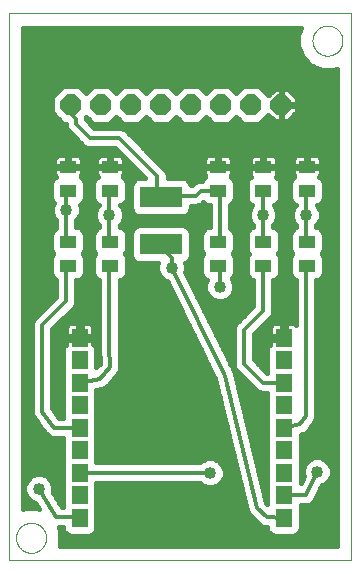
<source format=gtl>
G75*
%MOIN*%
%OFA0B0*%
%FSLAX25Y25*%
%IPPOS*%
%LPD*%
%AMOC8*
5,1,8,0,0,1.08239X$1,22.5*
%
%ADD10C,0.00000*%
%ADD11R,0.05512X0.04331*%
%ADD12R,0.05512X0.06496*%
%ADD13OC8,0.07000*%
%ADD14R,0.14173X0.07087*%
%ADD15C,0.01600*%
%ADD16C,0.01200*%
%ADD17C,0.04000*%
D10*
X0001013Y0001013D02*
X0001013Y0183296D01*
X0115186Y0183296D01*
X0115186Y0001013D01*
X0001013Y0001013D01*
X0003513Y0008513D02*
X0003515Y0008654D01*
X0003521Y0008795D01*
X0003531Y0008935D01*
X0003545Y0009075D01*
X0003563Y0009215D01*
X0003584Y0009354D01*
X0003610Y0009493D01*
X0003639Y0009631D01*
X0003673Y0009767D01*
X0003710Y0009903D01*
X0003751Y0010038D01*
X0003796Y0010172D01*
X0003845Y0010304D01*
X0003897Y0010435D01*
X0003953Y0010564D01*
X0004013Y0010691D01*
X0004076Y0010817D01*
X0004142Y0010941D01*
X0004213Y0011064D01*
X0004286Y0011184D01*
X0004363Y0011302D01*
X0004443Y0011418D01*
X0004527Y0011531D01*
X0004613Y0011642D01*
X0004703Y0011751D01*
X0004796Y0011857D01*
X0004891Y0011960D01*
X0004990Y0012061D01*
X0005091Y0012159D01*
X0005195Y0012254D01*
X0005302Y0012346D01*
X0005411Y0012435D01*
X0005523Y0012520D01*
X0005637Y0012603D01*
X0005753Y0012683D01*
X0005872Y0012759D01*
X0005993Y0012831D01*
X0006115Y0012901D01*
X0006240Y0012966D01*
X0006366Y0013029D01*
X0006494Y0013087D01*
X0006624Y0013142D01*
X0006755Y0013194D01*
X0006888Y0013241D01*
X0007022Y0013285D01*
X0007157Y0013326D01*
X0007293Y0013362D01*
X0007430Y0013394D01*
X0007568Y0013423D01*
X0007706Y0013448D01*
X0007846Y0013468D01*
X0007986Y0013485D01*
X0008126Y0013498D01*
X0008267Y0013507D01*
X0008407Y0013512D01*
X0008548Y0013513D01*
X0008689Y0013510D01*
X0008830Y0013503D01*
X0008970Y0013492D01*
X0009110Y0013477D01*
X0009250Y0013458D01*
X0009389Y0013436D01*
X0009527Y0013409D01*
X0009665Y0013379D01*
X0009801Y0013344D01*
X0009937Y0013306D01*
X0010071Y0013264D01*
X0010205Y0013218D01*
X0010337Y0013169D01*
X0010467Y0013115D01*
X0010596Y0013058D01*
X0010723Y0012998D01*
X0010849Y0012934D01*
X0010972Y0012866D01*
X0011094Y0012795D01*
X0011214Y0012721D01*
X0011331Y0012643D01*
X0011446Y0012562D01*
X0011559Y0012478D01*
X0011670Y0012391D01*
X0011778Y0012300D01*
X0011883Y0012207D01*
X0011986Y0012110D01*
X0012086Y0012011D01*
X0012183Y0011909D01*
X0012277Y0011804D01*
X0012368Y0011697D01*
X0012456Y0011587D01*
X0012541Y0011475D01*
X0012623Y0011360D01*
X0012702Y0011243D01*
X0012777Y0011124D01*
X0012849Y0011003D01*
X0012917Y0010880D01*
X0012982Y0010755D01*
X0013044Y0010628D01*
X0013101Y0010499D01*
X0013156Y0010369D01*
X0013206Y0010238D01*
X0013253Y0010105D01*
X0013296Y0009971D01*
X0013335Y0009835D01*
X0013370Y0009699D01*
X0013402Y0009562D01*
X0013429Y0009424D01*
X0013453Y0009285D01*
X0013473Y0009145D01*
X0013489Y0009005D01*
X0013501Y0008865D01*
X0013509Y0008724D01*
X0013513Y0008583D01*
X0013513Y0008443D01*
X0013509Y0008302D01*
X0013501Y0008161D01*
X0013489Y0008021D01*
X0013473Y0007881D01*
X0013453Y0007741D01*
X0013429Y0007602D01*
X0013402Y0007464D01*
X0013370Y0007327D01*
X0013335Y0007191D01*
X0013296Y0007055D01*
X0013253Y0006921D01*
X0013206Y0006788D01*
X0013156Y0006657D01*
X0013101Y0006527D01*
X0013044Y0006398D01*
X0012982Y0006271D01*
X0012917Y0006146D01*
X0012849Y0006023D01*
X0012777Y0005902D01*
X0012702Y0005783D01*
X0012623Y0005666D01*
X0012541Y0005551D01*
X0012456Y0005439D01*
X0012368Y0005329D01*
X0012277Y0005222D01*
X0012183Y0005117D01*
X0012086Y0005015D01*
X0011986Y0004916D01*
X0011883Y0004819D01*
X0011778Y0004726D01*
X0011670Y0004635D01*
X0011559Y0004548D01*
X0011446Y0004464D01*
X0011331Y0004383D01*
X0011214Y0004305D01*
X0011094Y0004231D01*
X0010972Y0004160D01*
X0010849Y0004092D01*
X0010723Y0004028D01*
X0010596Y0003968D01*
X0010467Y0003911D01*
X0010337Y0003857D01*
X0010205Y0003808D01*
X0010071Y0003762D01*
X0009937Y0003720D01*
X0009801Y0003682D01*
X0009665Y0003647D01*
X0009527Y0003617D01*
X0009389Y0003590D01*
X0009250Y0003568D01*
X0009110Y0003549D01*
X0008970Y0003534D01*
X0008830Y0003523D01*
X0008689Y0003516D01*
X0008548Y0003513D01*
X0008407Y0003514D01*
X0008267Y0003519D01*
X0008126Y0003528D01*
X0007986Y0003541D01*
X0007846Y0003558D01*
X0007706Y0003578D01*
X0007568Y0003603D01*
X0007430Y0003632D01*
X0007293Y0003664D01*
X0007157Y0003700D01*
X0007022Y0003741D01*
X0006888Y0003785D01*
X0006755Y0003832D01*
X0006624Y0003884D01*
X0006494Y0003939D01*
X0006366Y0003997D01*
X0006240Y0004060D01*
X0006115Y0004125D01*
X0005993Y0004195D01*
X0005872Y0004267D01*
X0005753Y0004343D01*
X0005637Y0004423D01*
X0005523Y0004506D01*
X0005411Y0004591D01*
X0005302Y0004680D01*
X0005195Y0004772D01*
X0005091Y0004867D01*
X0004990Y0004965D01*
X0004891Y0005066D01*
X0004796Y0005169D01*
X0004703Y0005275D01*
X0004613Y0005384D01*
X0004527Y0005495D01*
X0004443Y0005608D01*
X0004363Y0005724D01*
X0004286Y0005842D01*
X0004213Y0005962D01*
X0004142Y0006085D01*
X0004076Y0006209D01*
X0004013Y0006335D01*
X0003953Y0006462D01*
X0003897Y0006591D01*
X0003845Y0006722D01*
X0003796Y0006854D01*
X0003751Y0006988D01*
X0003710Y0007123D01*
X0003673Y0007259D01*
X0003639Y0007395D01*
X0003610Y0007533D01*
X0003584Y0007672D01*
X0003563Y0007811D01*
X0003545Y0007951D01*
X0003531Y0008091D01*
X0003521Y0008231D01*
X0003515Y0008372D01*
X0003513Y0008513D01*
X0102312Y0174241D02*
X0102314Y0174382D01*
X0102320Y0174523D01*
X0102330Y0174663D01*
X0102344Y0174803D01*
X0102362Y0174943D01*
X0102383Y0175082D01*
X0102409Y0175221D01*
X0102438Y0175359D01*
X0102472Y0175495D01*
X0102509Y0175631D01*
X0102550Y0175766D01*
X0102595Y0175900D01*
X0102644Y0176032D01*
X0102696Y0176163D01*
X0102752Y0176292D01*
X0102812Y0176419D01*
X0102875Y0176545D01*
X0102941Y0176669D01*
X0103012Y0176792D01*
X0103085Y0176912D01*
X0103162Y0177030D01*
X0103242Y0177146D01*
X0103326Y0177259D01*
X0103412Y0177370D01*
X0103502Y0177479D01*
X0103595Y0177585D01*
X0103690Y0177688D01*
X0103789Y0177789D01*
X0103890Y0177887D01*
X0103994Y0177982D01*
X0104101Y0178074D01*
X0104210Y0178163D01*
X0104322Y0178248D01*
X0104436Y0178331D01*
X0104552Y0178411D01*
X0104671Y0178487D01*
X0104792Y0178559D01*
X0104914Y0178629D01*
X0105039Y0178694D01*
X0105165Y0178757D01*
X0105293Y0178815D01*
X0105423Y0178870D01*
X0105554Y0178922D01*
X0105687Y0178969D01*
X0105821Y0179013D01*
X0105956Y0179054D01*
X0106092Y0179090D01*
X0106229Y0179122D01*
X0106367Y0179151D01*
X0106505Y0179176D01*
X0106645Y0179196D01*
X0106785Y0179213D01*
X0106925Y0179226D01*
X0107066Y0179235D01*
X0107206Y0179240D01*
X0107347Y0179241D01*
X0107488Y0179238D01*
X0107629Y0179231D01*
X0107769Y0179220D01*
X0107909Y0179205D01*
X0108049Y0179186D01*
X0108188Y0179164D01*
X0108326Y0179137D01*
X0108464Y0179107D01*
X0108600Y0179072D01*
X0108736Y0179034D01*
X0108870Y0178992D01*
X0109004Y0178946D01*
X0109136Y0178897D01*
X0109266Y0178843D01*
X0109395Y0178786D01*
X0109522Y0178726D01*
X0109648Y0178662D01*
X0109771Y0178594D01*
X0109893Y0178523D01*
X0110013Y0178449D01*
X0110130Y0178371D01*
X0110245Y0178290D01*
X0110358Y0178206D01*
X0110469Y0178119D01*
X0110577Y0178028D01*
X0110682Y0177935D01*
X0110785Y0177838D01*
X0110885Y0177739D01*
X0110982Y0177637D01*
X0111076Y0177532D01*
X0111167Y0177425D01*
X0111255Y0177315D01*
X0111340Y0177203D01*
X0111422Y0177088D01*
X0111501Y0176971D01*
X0111576Y0176852D01*
X0111648Y0176731D01*
X0111716Y0176608D01*
X0111781Y0176483D01*
X0111843Y0176356D01*
X0111900Y0176227D01*
X0111955Y0176097D01*
X0112005Y0175966D01*
X0112052Y0175833D01*
X0112095Y0175699D01*
X0112134Y0175563D01*
X0112169Y0175427D01*
X0112201Y0175290D01*
X0112228Y0175152D01*
X0112252Y0175013D01*
X0112272Y0174873D01*
X0112288Y0174733D01*
X0112300Y0174593D01*
X0112308Y0174452D01*
X0112312Y0174311D01*
X0112312Y0174171D01*
X0112308Y0174030D01*
X0112300Y0173889D01*
X0112288Y0173749D01*
X0112272Y0173609D01*
X0112252Y0173469D01*
X0112228Y0173330D01*
X0112201Y0173192D01*
X0112169Y0173055D01*
X0112134Y0172919D01*
X0112095Y0172783D01*
X0112052Y0172649D01*
X0112005Y0172516D01*
X0111955Y0172385D01*
X0111900Y0172255D01*
X0111843Y0172126D01*
X0111781Y0171999D01*
X0111716Y0171874D01*
X0111648Y0171751D01*
X0111576Y0171630D01*
X0111501Y0171511D01*
X0111422Y0171394D01*
X0111340Y0171279D01*
X0111255Y0171167D01*
X0111167Y0171057D01*
X0111076Y0170950D01*
X0110982Y0170845D01*
X0110885Y0170743D01*
X0110785Y0170644D01*
X0110682Y0170547D01*
X0110577Y0170454D01*
X0110469Y0170363D01*
X0110358Y0170276D01*
X0110245Y0170192D01*
X0110130Y0170111D01*
X0110013Y0170033D01*
X0109893Y0169959D01*
X0109771Y0169888D01*
X0109648Y0169820D01*
X0109522Y0169756D01*
X0109395Y0169696D01*
X0109266Y0169639D01*
X0109136Y0169585D01*
X0109004Y0169536D01*
X0108870Y0169490D01*
X0108736Y0169448D01*
X0108600Y0169410D01*
X0108464Y0169375D01*
X0108326Y0169345D01*
X0108188Y0169318D01*
X0108049Y0169296D01*
X0107909Y0169277D01*
X0107769Y0169262D01*
X0107629Y0169251D01*
X0107488Y0169244D01*
X0107347Y0169241D01*
X0107206Y0169242D01*
X0107066Y0169247D01*
X0106925Y0169256D01*
X0106785Y0169269D01*
X0106645Y0169286D01*
X0106505Y0169306D01*
X0106367Y0169331D01*
X0106229Y0169360D01*
X0106092Y0169392D01*
X0105956Y0169428D01*
X0105821Y0169469D01*
X0105687Y0169513D01*
X0105554Y0169560D01*
X0105423Y0169612D01*
X0105293Y0169667D01*
X0105165Y0169725D01*
X0105039Y0169788D01*
X0104914Y0169853D01*
X0104792Y0169923D01*
X0104671Y0169995D01*
X0104552Y0170071D01*
X0104436Y0170151D01*
X0104322Y0170234D01*
X0104210Y0170319D01*
X0104101Y0170408D01*
X0103994Y0170500D01*
X0103890Y0170595D01*
X0103789Y0170693D01*
X0103690Y0170794D01*
X0103595Y0170897D01*
X0103502Y0171003D01*
X0103412Y0171112D01*
X0103326Y0171223D01*
X0103242Y0171336D01*
X0103162Y0171452D01*
X0103085Y0171570D01*
X0103012Y0171690D01*
X0102941Y0171813D01*
X0102875Y0171937D01*
X0102812Y0172063D01*
X0102752Y0172190D01*
X0102696Y0172319D01*
X0102644Y0172450D01*
X0102595Y0172582D01*
X0102550Y0172716D01*
X0102509Y0172851D01*
X0102472Y0172987D01*
X0102438Y0173123D01*
X0102409Y0173261D01*
X0102383Y0173400D01*
X0102362Y0173539D01*
X0102344Y0173679D01*
X0102330Y0173819D01*
X0102320Y0173959D01*
X0102314Y0174100D01*
X0102312Y0174241D01*
D11*
X0100461Y0132154D03*
X0100461Y0124280D03*
X0100461Y0107154D03*
X0100461Y0099280D03*
X0085934Y0099280D03*
X0085934Y0107154D03*
X0085934Y0124280D03*
X0085934Y0132154D03*
X0070816Y0132154D03*
X0070816Y0124280D03*
X0070816Y0107154D03*
X0070816Y0099280D03*
X0034871Y0099280D03*
X0034871Y0107154D03*
X0034871Y0124280D03*
X0034871Y0132154D03*
X0020855Y0132154D03*
X0020855Y0124280D03*
X0020855Y0107154D03*
X0020855Y0099280D03*
D12*
X0024763Y0075107D03*
X0024763Y0067627D03*
X0024763Y0060146D03*
X0024763Y0052666D03*
X0024763Y0045186D03*
X0024763Y0037706D03*
X0024763Y0030225D03*
X0024763Y0022745D03*
X0024763Y0015265D03*
X0092774Y0015265D03*
X0092774Y0022745D03*
X0092774Y0030225D03*
X0092774Y0037706D03*
X0092774Y0045186D03*
X0092774Y0052666D03*
X0092774Y0060146D03*
X0092774Y0067627D03*
X0092774Y0075107D03*
D13*
X0091879Y0152784D03*
X0081879Y0152784D03*
X0071879Y0152784D03*
X0061879Y0152784D03*
X0051879Y0152784D03*
X0041879Y0152784D03*
X0031879Y0152784D03*
X0021879Y0152784D03*
D14*
X0051800Y0122076D03*
X0051800Y0106328D03*
D15*
X0050785Y0099984D02*
X0050613Y0099567D01*
X0050613Y0097658D01*
X0051343Y0095894D01*
X0052694Y0094543D01*
X0053861Y0094060D01*
X0069913Y0061381D01*
X0080460Y0017892D01*
X0080474Y0017553D01*
X0080618Y0017241D01*
X0080699Y0016907D01*
X0080899Y0016633D01*
X0081041Y0016325D01*
X0081294Y0016092D01*
X0081497Y0015814D01*
X0081786Y0015638D01*
X0084656Y0012990D01*
X0085044Y0012581D01*
X0085150Y0012534D01*
X0085235Y0012455D01*
X0085765Y0012260D01*
X0086280Y0012031D01*
X0086396Y0012028D01*
X0086505Y0011988D01*
X0087068Y0012011D01*
X0087219Y0012007D01*
X0087219Y0011460D01*
X0087645Y0010430D01*
X0088432Y0009643D01*
X0089462Y0009217D01*
X0096087Y0009217D01*
X0097116Y0009643D01*
X0097904Y0010430D01*
X0098330Y0011460D01*
X0098330Y0019388D01*
X0099484Y0019397D01*
X0099977Y0019397D01*
X0100542Y0019360D01*
X0100649Y0019397D01*
X0100763Y0019397D01*
X0101286Y0019614D01*
X0101822Y0019796D01*
X0101908Y0019871D01*
X0102013Y0019914D01*
X0102413Y0020315D01*
X0102838Y0020689D01*
X0102889Y0020791D01*
X0102969Y0020871D01*
X0103186Y0021394D01*
X0105450Y0025995D01*
X0106621Y0026480D01*
X0107972Y0027831D01*
X0108702Y0029595D01*
X0108702Y0031504D01*
X0107972Y0033269D01*
X0106621Y0034619D01*
X0104857Y0035350D01*
X0102948Y0035350D01*
X0101183Y0034619D01*
X0099833Y0033269D01*
X0099102Y0031504D01*
X0099102Y0029595D01*
X0099349Y0028998D01*
X0098330Y0026928D01*
X0098330Y0042876D01*
X0098850Y0042985D01*
X0099476Y0043101D01*
X0099511Y0043124D01*
X0099551Y0043132D01*
X0100077Y0043491D01*
X0100611Y0043838D01*
X0100634Y0043872D01*
X0100668Y0043895D01*
X0101016Y0044428D01*
X0102837Y0047076D01*
X0103095Y0047334D01*
X0103217Y0047628D01*
X0103397Y0047891D01*
X0103473Y0048247D01*
X0103613Y0048584D01*
X0103613Y0048902D01*
X0103679Y0049214D01*
X0103613Y0049572D01*
X0103613Y0094315D01*
X0103774Y0094315D01*
X0104803Y0094741D01*
X0105591Y0095529D01*
X0106017Y0096558D01*
X0106017Y0102003D01*
X0105591Y0103032D01*
X0105405Y0103217D01*
X0105591Y0103403D01*
X0106017Y0104432D01*
X0106017Y0109877D01*
X0105591Y0110906D01*
X0104803Y0111693D01*
X0103774Y0112120D01*
X0103613Y0112120D01*
X0103613Y0112824D01*
X0104282Y0113494D01*
X0105013Y0115258D01*
X0105013Y0117167D01*
X0104282Y0118932D01*
X0103862Y0119351D01*
X0104803Y0119741D01*
X0105591Y0120529D01*
X0106017Y0121558D01*
X0106017Y0127003D01*
X0105591Y0128032D01*
X0104803Y0128819D01*
X0104655Y0128881D01*
X0104658Y0128884D01*
X0104895Y0129294D01*
X0105017Y0129752D01*
X0105017Y0131872D01*
X0100744Y0131872D01*
X0100744Y0132437D01*
X0100179Y0132437D01*
X0100179Y0136120D01*
X0097469Y0136120D01*
X0097011Y0135997D01*
X0096600Y0135760D01*
X0096265Y0135425D01*
X0096028Y0135014D01*
X0095906Y0134557D01*
X0095905Y0132437D01*
X0100179Y0132437D01*
X0100179Y0131872D01*
X0095906Y0131872D01*
X0095906Y0129752D01*
X0096028Y0129294D01*
X0096265Y0128884D01*
X0096268Y0128881D01*
X0096119Y0128819D01*
X0095332Y0128032D01*
X0094906Y0127003D01*
X0094906Y0121558D01*
X0095332Y0120529D01*
X0096119Y0119741D01*
X0096709Y0119497D01*
X0096143Y0118932D01*
X0095413Y0117167D01*
X0095413Y0115258D01*
X0096143Y0113494D01*
X0096813Y0112824D01*
X0096813Y0111981D01*
X0096119Y0111693D01*
X0095332Y0110906D01*
X0094906Y0109877D01*
X0094906Y0104432D01*
X0095332Y0103403D01*
X0095517Y0103217D01*
X0095332Y0103032D01*
X0094906Y0102003D01*
X0094906Y0096558D01*
X0095332Y0095529D01*
X0096119Y0094741D01*
X0096813Y0094454D01*
X0096813Y0079618D01*
X0096636Y0079795D01*
X0096225Y0080032D01*
X0095767Y0080155D01*
X0093352Y0080155D01*
X0093352Y0075685D01*
X0092196Y0075685D01*
X0092196Y0074529D01*
X0088219Y0074529D01*
X0088219Y0073035D01*
X0087645Y0072461D01*
X0087219Y0071432D01*
X0087219Y0063615D01*
X0082813Y0068021D01*
X0082813Y0076404D01*
X0088695Y0082287D01*
X0089213Y0083536D01*
X0089213Y0094315D01*
X0089247Y0094315D01*
X0090276Y0094741D01*
X0091063Y0095529D01*
X0091490Y0096558D01*
X0091490Y0102003D01*
X0091063Y0103032D01*
X0090878Y0103217D01*
X0091063Y0103403D01*
X0091490Y0104432D01*
X0091490Y0109877D01*
X0091063Y0110906D01*
X0090276Y0111693D01*
X0089247Y0112120D01*
X0089213Y0112120D01*
X0089213Y0112824D01*
X0089882Y0113494D01*
X0090613Y0115258D01*
X0090613Y0117167D01*
X0089882Y0118932D01*
X0089425Y0119389D01*
X0090276Y0119741D01*
X0091063Y0120529D01*
X0091490Y0121558D01*
X0091490Y0127003D01*
X0091063Y0128032D01*
X0090276Y0128819D01*
X0090127Y0128881D01*
X0090130Y0128884D01*
X0090367Y0129294D01*
X0090490Y0129752D01*
X0090490Y0131872D01*
X0086217Y0131872D01*
X0086217Y0132437D01*
X0090490Y0132437D01*
X0090490Y0134557D01*
X0090367Y0135014D01*
X0090130Y0135425D01*
X0089795Y0135760D01*
X0089385Y0135997D01*
X0088927Y0136120D01*
X0086217Y0136120D01*
X0086217Y0132437D01*
X0085651Y0132437D01*
X0085651Y0131872D01*
X0081378Y0131872D01*
X0081378Y0129752D01*
X0081501Y0129294D01*
X0081738Y0128884D01*
X0081740Y0128881D01*
X0081592Y0128819D01*
X0080804Y0128032D01*
X0080378Y0127003D01*
X0080378Y0121558D01*
X0080804Y0120529D01*
X0081592Y0119741D01*
X0082272Y0119460D01*
X0081743Y0118932D01*
X0081013Y0117167D01*
X0081013Y0115258D01*
X0081743Y0113494D01*
X0082413Y0112824D01*
X0082413Y0112033D01*
X0081592Y0111693D01*
X0080804Y0110906D01*
X0080378Y0109877D01*
X0080378Y0104432D01*
X0080804Y0103403D01*
X0080990Y0103217D01*
X0080804Y0103032D01*
X0080378Y0102003D01*
X0080378Y0096558D01*
X0080804Y0095529D01*
X0081592Y0094741D01*
X0082413Y0094401D01*
X0082413Y0085621D01*
X0077487Y0080695D01*
X0076530Y0079739D01*
X0076013Y0078489D01*
X0076013Y0065936D01*
X0076530Y0064687D01*
X0082930Y0058287D01*
X0083887Y0057330D01*
X0085136Y0056813D01*
X0087219Y0056813D01*
X0087219Y0019878D01*
X0086906Y0020166D01*
X0076503Y0063058D01*
X0076479Y0063437D01*
X0076345Y0063709D01*
X0076274Y0064004D01*
X0076050Y0064310D01*
X0059964Y0097058D01*
X0060213Y0097658D01*
X0060213Y0099567D01*
X0059953Y0100195D01*
X0060473Y0100411D01*
X0061260Y0101198D01*
X0061687Y0102227D01*
X0061687Y0110428D01*
X0061260Y0111457D01*
X0060473Y0112245D01*
X0059444Y0112671D01*
X0044156Y0112671D01*
X0043127Y0112245D01*
X0042340Y0111457D01*
X0041913Y0110428D01*
X0041913Y0102227D01*
X0042340Y0101198D01*
X0043127Y0100411D01*
X0044156Y0099984D01*
X0050785Y0099984D01*
X0050613Y0098522D02*
X0040427Y0098522D01*
X0040427Y0100120D02*
X0043828Y0100120D01*
X0042124Y0101719D02*
X0040427Y0101719D01*
X0040427Y0102003D02*
X0040000Y0103032D01*
X0039815Y0103217D01*
X0040000Y0103403D01*
X0040427Y0104432D01*
X0040427Y0109877D01*
X0040000Y0110906D01*
X0039213Y0111693D01*
X0038184Y0112120D01*
X0038013Y0112120D01*
X0038013Y0112824D01*
X0038682Y0113494D01*
X0039413Y0115258D01*
X0039413Y0117167D01*
X0038682Y0118932D01*
X0038265Y0119349D01*
X0039213Y0119741D01*
X0040000Y0120529D01*
X0040427Y0121558D01*
X0040427Y0127003D01*
X0040000Y0128032D01*
X0039213Y0128819D01*
X0039064Y0128881D01*
X0039067Y0128884D01*
X0039304Y0129294D01*
X0039427Y0129752D01*
X0039427Y0131872D01*
X0035154Y0131872D01*
X0035154Y0132437D01*
X0039427Y0132437D01*
X0039427Y0134557D01*
X0039304Y0135014D01*
X0039067Y0135425D01*
X0038732Y0135760D01*
X0038322Y0135997D01*
X0037864Y0136120D01*
X0035154Y0136120D01*
X0035154Y0132437D01*
X0034588Y0132437D01*
X0034588Y0131872D01*
X0030315Y0131872D01*
X0030315Y0129752D01*
X0030438Y0129294D01*
X0030675Y0128884D01*
X0030677Y0128881D01*
X0030529Y0128819D01*
X0029741Y0128032D01*
X0029315Y0127003D01*
X0029315Y0121558D01*
X0029741Y0120529D01*
X0030529Y0119741D01*
X0031112Y0119500D01*
X0030543Y0118932D01*
X0029813Y0117167D01*
X0029813Y0115258D01*
X0030543Y0113494D01*
X0031213Y0112824D01*
X0031213Y0111977D01*
X0030529Y0111693D01*
X0029741Y0110906D01*
X0029315Y0109877D01*
X0029315Y0104432D01*
X0029741Y0103403D01*
X0029927Y0103217D01*
X0029741Y0103032D01*
X0029315Y0102003D01*
X0029315Y0096558D01*
X0029741Y0095529D01*
X0030529Y0094741D01*
X0031213Y0094458D01*
X0031213Y0072762D01*
X0031190Y0072701D01*
X0031213Y0072088D01*
X0031213Y0071473D01*
X0031237Y0071414D01*
X0031411Y0066655D01*
X0030318Y0065311D01*
X0030318Y0071432D01*
X0029892Y0072461D01*
X0029318Y0073035D01*
X0029318Y0074529D01*
X0025341Y0074529D01*
X0025341Y0075685D01*
X0029318Y0075685D01*
X0029318Y0078592D01*
X0029196Y0079050D01*
X0028959Y0079460D01*
X0028624Y0079795D01*
X0028213Y0080032D01*
X0027755Y0080155D01*
X0025341Y0080155D01*
X0025341Y0075685D01*
X0024185Y0075685D01*
X0024185Y0080155D01*
X0021770Y0080155D01*
X0021312Y0080032D01*
X0020901Y0079795D01*
X0020566Y0079460D01*
X0020329Y0079050D01*
X0020207Y0078592D01*
X0020207Y0075685D01*
X0024185Y0075685D01*
X0024185Y0074529D01*
X0020207Y0074529D01*
X0020207Y0073035D01*
X0019633Y0072461D01*
X0019207Y0071432D01*
X0019207Y0048586D01*
X0017977Y0048586D01*
X0015613Y0051744D01*
X0015613Y0078004D01*
X0023095Y0085487D01*
X0023613Y0086736D01*
X0023613Y0094315D01*
X0024168Y0094315D01*
X0025197Y0094741D01*
X0025985Y0095529D01*
X0026411Y0096558D01*
X0026411Y0102003D01*
X0025985Y0103032D01*
X0025799Y0103217D01*
X0025985Y0103403D01*
X0026411Y0104432D01*
X0026411Y0109877D01*
X0025985Y0110906D01*
X0025197Y0111693D01*
X0024168Y0112120D01*
X0023613Y0112120D01*
X0023613Y0114424D01*
X0024282Y0115094D01*
X0025013Y0116858D01*
X0025013Y0118767D01*
X0024695Y0119533D01*
X0025197Y0119741D01*
X0025985Y0120529D01*
X0026411Y0121558D01*
X0026411Y0127003D01*
X0025985Y0128032D01*
X0025197Y0128819D01*
X0025049Y0128881D01*
X0025051Y0128884D01*
X0025288Y0129294D01*
X0025411Y0129752D01*
X0025411Y0131872D01*
X0021138Y0131872D01*
X0021138Y0132437D01*
X0025411Y0132437D01*
X0025411Y0134557D01*
X0025288Y0135014D01*
X0025051Y0135425D01*
X0024716Y0135760D01*
X0024306Y0135997D01*
X0023848Y0136120D01*
X0021138Y0136120D01*
X0021138Y0132437D01*
X0020572Y0132437D01*
X0020572Y0131872D01*
X0016299Y0131872D01*
X0016299Y0129752D01*
X0016422Y0129294D01*
X0016659Y0128884D01*
X0016662Y0128881D01*
X0016513Y0128819D01*
X0015725Y0128032D01*
X0015299Y0127003D01*
X0015299Y0121558D01*
X0015725Y0120529D01*
X0016020Y0120234D01*
X0015413Y0118767D01*
X0015413Y0116858D01*
X0016143Y0115094D01*
X0016813Y0114424D01*
X0016813Y0111817D01*
X0016513Y0111693D01*
X0015725Y0110906D01*
X0015299Y0109877D01*
X0015299Y0104432D01*
X0015725Y0103403D01*
X0015911Y0103217D01*
X0015725Y0103032D01*
X0015299Y0102003D01*
X0015299Y0096558D01*
X0015725Y0095529D01*
X0016513Y0094741D01*
X0016813Y0094617D01*
X0016813Y0088821D01*
X0009330Y0081339D01*
X0008813Y0080089D01*
X0008813Y0050856D01*
X0008751Y0050427D01*
X0008813Y0050185D01*
X0008813Y0049936D01*
X0008978Y0049536D01*
X0009086Y0049116D01*
X0009235Y0048917D01*
X0009330Y0048687D01*
X0009637Y0048380D01*
X0013298Y0043490D01*
X0013393Y0043260D01*
X0013700Y0042954D01*
X0013959Y0042607D01*
X0014173Y0042480D01*
X0014350Y0042303D01*
X0014750Y0042138D01*
X0015123Y0041917D01*
X0015369Y0041881D01*
X0015599Y0041786D01*
X0016033Y0041786D01*
X0016461Y0041724D01*
X0016703Y0041786D01*
X0019207Y0041786D01*
X0019207Y0018813D01*
X0018700Y0018813D01*
X0015801Y0023669D01*
X0015912Y0023937D01*
X0015912Y0025846D01*
X0015181Y0027610D01*
X0013831Y0028961D01*
X0012067Y0029691D01*
X0010157Y0029691D01*
X0008393Y0028961D01*
X0007043Y0027610D01*
X0006312Y0025846D01*
X0006312Y0023937D01*
X0007043Y0022172D01*
X0008393Y0020822D01*
X0009972Y0020168D01*
X0011282Y0017973D01*
X0010462Y0018313D01*
X0006563Y0018313D01*
X0005813Y0018002D01*
X0005813Y0178496D01*
X0098467Y0178496D01*
X0097512Y0176190D01*
X0097512Y0172292D01*
X0099004Y0168690D01*
X0101761Y0165933D01*
X0105362Y0164441D01*
X0109261Y0164441D01*
X0110386Y0164907D01*
X0110386Y0005813D01*
X0018002Y0005813D01*
X0018313Y0006563D01*
X0018313Y0010462D01*
X0017670Y0012013D01*
X0019207Y0012013D01*
X0019207Y0011460D01*
X0019633Y0010430D01*
X0020421Y0009643D01*
X0021450Y0009217D01*
X0028075Y0009217D01*
X0029105Y0009643D01*
X0029892Y0010430D01*
X0030318Y0011460D01*
X0030318Y0026825D01*
X0064810Y0026825D01*
X0065479Y0026156D01*
X0067244Y0025425D01*
X0069153Y0025425D01*
X0070917Y0026156D01*
X0072268Y0027506D01*
X0072998Y0029270D01*
X0072998Y0031180D01*
X0072268Y0032944D01*
X0070917Y0034294D01*
X0069153Y0035025D01*
X0067244Y0035025D01*
X0065479Y0034294D01*
X0064810Y0033625D01*
X0030318Y0033625D01*
X0030318Y0057819D01*
X0032174Y0058201D01*
X0032677Y0058253D01*
X0032831Y0058336D01*
X0033003Y0058372D01*
X0033422Y0058655D01*
X0033867Y0058896D01*
X0033978Y0059032D01*
X0034123Y0059130D01*
X0034401Y0059553D01*
X0037422Y0063270D01*
X0037806Y0063683D01*
X0037846Y0063792D01*
X0037920Y0063883D01*
X0038081Y0064423D01*
X0038277Y0064950D01*
X0038273Y0065067D01*
X0038307Y0065179D01*
X0038249Y0065739D01*
X0038013Y0072212D01*
X0038013Y0094315D01*
X0038184Y0094315D01*
X0039213Y0094741D01*
X0040000Y0095529D01*
X0040427Y0096558D01*
X0040427Y0102003D01*
X0039915Y0103317D02*
X0041913Y0103317D01*
X0041913Y0104916D02*
X0040427Y0104916D01*
X0040427Y0106514D02*
X0041913Y0106514D01*
X0041913Y0108113D02*
X0040427Y0108113D01*
X0040427Y0109711D02*
X0041913Y0109711D01*
X0042279Y0111310D02*
X0039596Y0111310D01*
X0038097Y0112908D02*
X0068013Y0112908D01*
X0068013Y0112120D02*
X0067503Y0112120D01*
X0066474Y0111693D01*
X0065686Y0110906D01*
X0065260Y0109877D01*
X0065260Y0104432D01*
X0065686Y0103403D01*
X0065872Y0103217D01*
X0065686Y0103032D01*
X0065260Y0102003D01*
X0065260Y0096558D01*
X0065686Y0095529D01*
X0066474Y0094741D01*
X0067149Y0094462D01*
X0066613Y0093167D01*
X0066613Y0091258D01*
X0067343Y0089494D01*
X0068694Y0088143D01*
X0070458Y0087413D01*
X0072367Y0087413D01*
X0074132Y0088143D01*
X0075482Y0089494D01*
X0076213Y0091258D01*
X0076213Y0093167D01*
X0075482Y0094932D01*
X0075415Y0094998D01*
X0075945Y0095529D01*
X0076372Y0096558D01*
X0076372Y0102003D01*
X0075945Y0103032D01*
X0075760Y0103217D01*
X0075945Y0103403D01*
X0076372Y0104432D01*
X0076372Y0109877D01*
X0075945Y0110906D01*
X0075158Y0111693D01*
X0074813Y0111836D01*
X0074813Y0119598D01*
X0075158Y0119741D01*
X0075945Y0120529D01*
X0076372Y0121558D01*
X0076372Y0127003D01*
X0075945Y0128032D01*
X0075158Y0128819D01*
X0075009Y0128881D01*
X0075012Y0128884D01*
X0075249Y0129294D01*
X0075372Y0129752D01*
X0075372Y0131872D01*
X0071098Y0131872D01*
X0071098Y0132437D01*
X0070533Y0132437D01*
X0070533Y0131872D01*
X0066260Y0131872D01*
X0066260Y0129752D01*
X0066383Y0129294D01*
X0066619Y0128884D01*
X0066622Y0128881D01*
X0066474Y0128819D01*
X0065686Y0128032D01*
X0065512Y0127613D01*
X0064336Y0127613D01*
X0063087Y0127095D01*
X0062004Y0126013D01*
X0061687Y0126013D01*
X0061687Y0126176D01*
X0061260Y0127205D01*
X0060473Y0127993D01*
X0059444Y0128419D01*
X0054013Y0128419D01*
X0054013Y0129689D01*
X0053495Y0130939D01*
X0040695Y0143739D01*
X0039739Y0144695D01*
X0038489Y0145213D01*
X0029621Y0145213D01*
X0026813Y0148021D01*
X0026813Y0148809D01*
X0026879Y0148875D01*
X0029269Y0146484D01*
X0034488Y0146484D01*
X0036879Y0148875D01*
X0039269Y0146484D01*
X0044488Y0146484D01*
X0046879Y0148875D01*
X0049269Y0146484D01*
X0054488Y0146484D01*
X0056879Y0148875D01*
X0059269Y0146484D01*
X0064488Y0146484D01*
X0066879Y0148875D01*
X0069269Y0146484D01*
X0074488Y0146484D01*
X0076879Y0148875D01*
X0079269Y0146484D01*
X0084488Y0146484D01*
X0087586Y0149582D01*
X0089683Y0147484D01*
X0091679Y0147484D01*
X0091679Y0152584D01*
X0092079Y0152584D01*
X0092079Y0152984D01*
X0097179Y0152984D01*
X0097179Y0154980D01*
X0094074Y0158084D01*
X0092079Y0158084D01*
X0092079Y0152984D01*
X0091679Y0152984D01*
X0091679Y0158084D01*
X0089683Y0158084D01*
X0087586Y0155987D01*
X0084488Y0159084D01*
X0079269Y0159084D01*
X0076879Y0156694D01*
X0074488Y0159084D01*
X0069269Y0159084D01*
X0066879Y0156694D01*
X0064488Y0159084D01*
X0059269Y0159084D01*
X0056879Y0156694D01*
X0054488Y0159084D01*
X0049269Y0159084D01*
X0046879Y0156694D01*
X0044488Y0159084D01*
X0039269Y0159084D01*
X0036879Y0156694D01*
X0034488Y0159084D01*
X0029269Y0159084D01*
X0026879Y0156694D01*
X0024488Y0159084D01*
X0019269Y0159084D01*
X0015579Y0155394D01*
X0015579Y0150175D01*
X0019269Y0146484D01*
X0020013Y0146484D01*
X0020013Y0145936D01*
X0020530Y0144687D01*
X0021487Y0143730D01*
X0026287Y0138930D01*
X0027536Y0138413D01*
X0036404Y0138413D01*
X0046398Y0128419D01*
X0044156Y0128419D01*
X0043127Y0127993D01*
X0042340Y0127205D01*
X0041913Y0126176D01*
X0041913Y0117975D01*
X0042340Y0116946D01*
X0043127Y0116159D01*
X0044156Y0115732D01*
X0059444Y0115732D01*
X0060473Y0116159D01*
X0061260Y0116946D01*
X0061687Y0117975D01*
X0061687Y0119213D01*
X0064089Y0119213D01*
X0065339Y0119730D01*
X0065912Y0120303D01*
X0066474Y0119741D01*
X0067503Y0119315D01*
X0068013Y0119315D01*
X0068013Y0112120D01*
X0066090Y0111310D02*
X0061321Y0111310D01*
X0061687Y0109711D02*
X0065260Y0109711D01*
X0065260Y0108113D02*
X0061687Y0108113D01*
X0061687Y0106514D02*
X0065260Y0106514D01*
X0065260Y0104916D02*
X0061687Y0104916D01*
X0061687Y0103317D02*
X0065772Y0103317D01*
X0065260Y0101719D02*
X0061476Y0101719D01*
X0059984Y0100120D02*
X0065260Y0100120D01*
X0065260Y0098522D02*
X0060213Y0098522D01*
X0060030Y0096923D02*
X0065260Y0096923D01*
X0065890Y0095325D02*
X0060816Y0095325D01*
X0061601Y0093726D02*
X0066844Y0093726D01*
X0066613Y0092128D02*
X0062386Y0092128D01*
X0063171Y0090529D02*
X0066914Y0090529D01*
X0067906Y0088931D02*
X0063956Y0088931D01*
X0064742Y0087332D02*
X0082413Y0087332D01*
X0082413Y0085734D02*
X0065527Y0085734D01*
X0066312Y0084135D02*
X0080927Y0084135D01*
X0079328Y0082537D02*
X0067097Y0082537D01*
X0067882Y0080938D02*
X0077730Y0080938D01*
X0076365Y0079340D02*
X0068668Y0079340D01*
X0069453Y0077741D02*
X0076013Y0077741D01*
X0076013Y0076143D02*
X0070238Y0076143D01*
X0071023Y0074544D02*
X0076013Y0074544D01*
X0076013Y0072946D02*
X0071808Y0072946D01*
X0072593Y0071347D02*
X0076013Y0071347D01*
X0076013Y0069749D02*
X0073379Y0069749D01*
X0074164Y0068150D02*
X0076013Y0068150D01*
X0076013Y0066552D02*
X0074949Y0066552D01*
X0075734Y0064953D02*
X0076420Y0064953D01*
X0076484Y0063355D02*
X0077862Y0063355D01*
X0076819Y0061756D02*
X0079461Y0061756D01*
X0081059Y0060158D02*
X0077207Y0060158D01*
X0077594Y0058559D02*
X0082658Y0058559D01*
X0084779Y0056960D02*
X0077982Y0056960D01*
X0078370Y0055362D02*
X0087219Y0055362D01*
X0087219Y0053763D02*
X0078757Y0053763D01*
X0079145Y0052165D02*
X0087219Y0052165D01*
X0087219Y0050566D02*
X0079533Y0050566D01*
X0079921Y0048968D02*
X0087219Y0048968D01*
X0087219Y0047369D02*
X0080308Y0047369D01*
X0080696Y0045771D02*
X0087219Y0045771D01*
X0087219Y0044172D02*
X0081084Y0044172D01*
X0081471Y0042574D02*
X0087219Y0042574D01*
X0087219Y0040975D02*
X0081859Y0040975D01*
X0082247Y0039377D02*
X0087219Y0039377D01*
X0087219Y0037778D02*
X0082634Y0037778D01*
X0083022Y0036180D02*
X0087219Y0036180D01*
X0087219Y0034581D02*
X0083410Y0034581D01*
X0083797Y0032983D02*
X0087219Y0032983D01*
X0087219Y0031384D02*
X0084185Y0031384D01*
X0084573Y0029786D02*
X0087219Y0029786D01*
X0087219Y0028187D02*
X0084961Y0028187D01*
X0085348Y0026589D02*
X0087219Y0026589D01*
X0087219Y0024990D02*
X0085736Y0024990D01*
X0086124Y0023392D02*
X0087219Y0023392D01*
X0087219Y0021793D02*
X0086511Y0021793D01*
X0086899Y0020195D02*
X0087219Y0020195D01*
X0083777Y0013801D02*
X0030318Y0013801D01*
X0030318Y0015399D02*
X0082045Y0015399D01*
X0080677Y0016998D02*
X0030318Y0016998D01*
X0030318Y0018596D02*
X0080290Y0018596D01*
X0079902Y0020195D02*
X0030318Y0020195D01*
X0030318Y0021793D02*
X0079514Y0021793D01*
X0079126Y0023392D02*
X0030318Y0023392D01*
X0030318Y0024990D02*
X0078739Y0024990D01*
X0078351Y0026589D02*
X0071350Y0026589D01*
X0072550Y0028187D02*
X0077963Y0028187D01*
X0077576Y0029786D02*
X0072998Y0029786D01*
X0072914Y0031384D02*
X0077188Y0031384D01*
X0076800Y0032983D02*
X0072229Y0032983D01*
X0070225Y0034581D02*
X0076413Y0034581D01*
X0076025Y0036180D02*
X0030318Y0036180D01*
X0030318Y0037778D02*
X0075637Y0037778D01*
X0075250Y0039377D02*
X0030318Y0039377D01*
X0030318Y0040975D02*
X0074862Y0040975D01*
X0074474Y0042574D02*
X0030318Y0042574D01*
X0030318Y0044172D02*
X0074086Y0044172D01*
X0073699Y0045771D02*
X0030318Y0045771D01*
X0030318Y0047369D02*
X0073311Y0047369D01*
X0072923Y0048968D02*
X0030318Y0048968D01*
X0030318Y0050566D02*
X0072536Y0050566D01*
X0072148Y0052165D02*
X0030318Y0052165D01*
X0030318Y0053763D02*
X0071760Y0053763D01*
X0071373Y0055362D02*
X0030318Y0055362D01*
X0030318Y0056960D02*
X0070985Y0056960D01*
X0070597Y0058559D02*
X0033280Y0058559D01*
X0034892Y0060158D02*
X0070210Y0060158D01*
X0069729Y0061756D02*
X0036192Y0061756D01*
X0037501Y0063355D02*
X0068943Y0063355D01*
X0068158Y0064953D02*
X0038277Y0064953D01*
X0038219Y0066552D02*
X0067373Y0066552D01*
X0066588Y0068150D02*
X0038161Y0068150D01*
X0038102Y0069749D02*
X0065803Y0069749D01*
X0065017Y0071347D02*
X0038044Y0071347D01*
X0038013Y0072946D02*
X0064232Y0072946D01*
X0063447Y0074544D02*
X0038013Y0074544D01*
X0038013Y0076143D02*
X0062662Y0076143D01*
X0061877Y0077741D02*
X0038013Y0077741D01*
X0038013Y0079340D02*
X0061091Y0079340D01*
X0060306Y0080938D02*
X0038013Y0080938D01*
X0038013Y0082537D02*
X0059521Y0082537D01*
X0058736Y0084135D02*
X0038013Y0084135D01*
X0038013Y0085734D02*
X0057951Y0085734D01*
X0057166Y0087332D02*
X0038013Y0087332D01*
X0038013Y0088931D02*
X0056380Y0088931D01*
X0055595Y0090529D02*
X0038013Y0090529D01*
X0038013Y0092128D02*
X0054810Y0092128D01*
X0054025Y0093726D02*
X0038013Y0093726D01*
X0039796Y0095325D02*
X0051912Y0095325D01*
X0050917Y0096923D02*
X0040427Y0096923D01*
X0031213Y0093726D02*
X0023613Y0093726D01*
X0023613Y0092128D02*
X0031213Y0092128D01*
X0031213Y0090529D02*
X0023613Y0090529D01*
X0023613Y0088931D02*
X0031213Y0088931D01*
X0031213Y0087332D02*
X0023613Y0087332D01*
X0023197Y0085734D02*
X0031213Y0085734D01*
X0031213Y0084135D02*
X0021744Y0084135D01*
X0020145Y0082537D02*
X0031213Y0082537D01*
X0031213Y0080938D02*
X0018546Y0080938D01*
X0016948Y0079340D02*
X0020497Y0079340D01*
X0020207Y0077741D02*
X0015613Y0077741D01*
X0015613Y0076143D02*
X0020207Y0076143D01*
X0020118Y0072946D02*
X0015613Y0072946D01*
X0015613Y0074544D02*
X0024185Y0074544D01*
X0025341Y0074544D02*
X0031213Y0074544D01*
X0031213Y0072946D02*
X0029407Y0072946D01*
X0030318Y0071347D02*
X0031240Y0071347D01*
X0031298Y0069749D02*
X0030318Y0069749D01*
X0030318Y0068150D02*
X0031356Y0068150D01*
X0031326Y0066552D02*
X0030318Y0066552D01*
X0031213Y0076143D02*
X0029318Y0076143D01*
X0029318Y0077741D02*
X0031213Y0077741D01*
X0031213Y0079340D02*
X0029029Y0079340D01*
X0025341Y0079340D02*
X0024185Y0079340D01*
X0024185Y0077741D02*
X0025341Y0077741D01*
X0025341Y0076143D02*
X0024185Y0076143D01*
X0019207Y0071347D02*
X0015613Y0071347D01*
X0015613Y0069749D02*
X0019207Y0069749D01*
X0019207Y0068150D02*
X0015613Y0068150D01*
X0015613Y0066552D02*
X0019207Y0066552D01*
X0019207Y0064953D02*
X0015613Y0064953D01*
X0015613Y0063355D02*
X0019207Y0063355D01*
X0019207Y0061756D02*
X0015613Y0061756D01*
X0015613Y0060158D02*
X0019207Y0060158D01*
X0019207Y0058559D02*
X0015613Y0058559D01*
X0015613Y0056960D02*
X0019207Y0056960D01*
X0019207Y0055362D02*
X0015613Y0055362D01*
X0015613Y0053763D02*
X0019207Y0053763D01*
X0019207Y0052165D02*
X0015613Y0052165D01*
X0016494Y0050566D02*
X0019207Y0050566D01*
X0019207Y0048968D02*
X0017691Y0048968D01*
X0014015Y0042574D02*
X0005813Y0042574D01*
X0005813Y0044172D02*
X0012787Y0044172D01*
X0011590Y0045771D02*
X0005813Y0045771D01*
X0005813Y0047369D02*
X0010393Y0047369D01*
X0009197Y0048968D02*
X0005813Y0048968D01*
X0005813Y0050566D02*
X0008771Y0050566D01*
X0008813Y0052165D02*
X0005813Y0052165D01*
X0005813Y0053763D02*
X0008813Y0053763D01*
X0008813Y0055362D02*
X0005813Y0055362D01*
X0005813Y0056960D02*
X0008813Y0056960D01*
X0008813Y0058559D02*
X0005813Y0058559D01*
X0005813Y0060158D02*
X0008813Y0060158D01*
X0008813Y0061756D02*
X0005813Y0061756D01*
X0005813Y0063355D02*
X0008813Y0063355D01*
X0008813Y0064953D02*
X0005813Y0064953D01*
X0005813Y0066552D02*
X0008813Y0066552D01*
X0008813Y0068150D02*
X0005813Y0068150D01*
X0005813Y0069749D02*
X0008813Y0069749D01*
X0008813Y0071347D02*
X0005813Y0071347D01*
X0005813Y0072946D02*
X0008813Y0072946D01*
X0008813Y0074544D02*
X0005813Y0074544D01*
X0005813Y0076143D02*
X0008813Y0076143D01*
X0008813Y0077741D02*
X0005813Y0077741D01*
X0005813Y0079340D02*
X0008813Y0079340D01*
X0009164Y0080938D02*
X0005813Y0080938D01*
X0005813Y0082537D02*
X0010528Y0082537D01*
X0012127Y0084135D02*
X0005813Y0084135D01*
X0005813Y0085734D02*
X0013725Y0085734D01*
X0015324Y0087332D02*
X0005813Y0087332D01*
X0005813Y0088931D02*
X0016813Y0088931D01*
X0016813Y0090529D02*
X0005813Y0090529D01*
X0005813Y0092128D02*
X0016813Y0092128D01*
X0016813Y0093726D02*
X0005813Y0093726D01*
X0005813Y0095325D02*
X0015930Y0095325D01*
X0015299Y0096923D02*
X0005813Y0096923D01*
X0005813Y0098522D02*
X0015299Y0098522D01*
X0015299Y0100120D02*
X0005813Y0100120D01*
X0005813Y0101719D02*
X0015299Y0101719D01*
X0015811Y0103317D02*
X0005813Y0103317D01*
X0005813Y0104916D02*
X0015299Y0104916D01*
X0015299Y0106514D02*
X0005813Y0106514D01*
X0005813Y0108113D02*
X0015299Y0108113D01*
X0015299Y0109711D02*
X0005813Y0109711D01*
X0005813Y0111310D02*
X0016130Y0111310D01*
X0016813Y0112908D02*
X0005813Y0112908D01*
X0005813Y0114507D02*
X0016730Y0114507D01*
X0015724Y0116105D02*
X0005813Y0116105D01*
X0005813Y0117704D02*
X0015413Y0117704D01*
X0015634Y0119302D02*
X0005813Y0119302D01*
X0005813Y0120901D02*
X0015571Y0120901D01*
X0015299Y0122499D02*
X0005813Y0122499D01*
X0005813Y0124098D02*
X0015299Y0124098D01*
X0015299Y0125696D02*
X0005813Y0125696D01*
X0005813Y0127295D02*
X0015420Y0127295D01*
X0016653Y0128894D02*
X0005813Y0128894D01*
X0005813Y0130492D02*
X0016299Y0130492D01*
X0016299Y0132437D02*
X0016299Y0134557D01*
X0016422Y0135014D01*
X0016659Y0135425D01*
X0016994Y0135760D01*
X0017404Y0135997D01*
X0017862Y0136120D01*
X0020572Y0136120D01*
X0020572Y0132437D01*
X0016299Y0132437D01*
X0016299Y0133689D02*
X0005813Y0133689D01*
X0005813Y0132091D02*
X0020572Y0132091D01*
X0021138Y0132091D02*
X0034588Y0132091D01*
X0034588Y0132437D02*
X0030315Y0132437D01*
X0030315Y0134557D01*
X0030438Y0135014D01*
X0030675Y0135425D01*
X0031010Y0135760D01*
X0031420Y0135997D01*
X0031878Y0136120D01*
X0034588Y0136120D01*
X0034588Y0132437D01*
X0035154Y0132091D02*
X0042726Y0132091D01*
X0041128Y0133689D02*
X0039427Y0133689D01*
X0039529Y0135288D02*
X0039146Y0135288D01*
X0037931Y0136886D02*
X0005813Y0136886D01*
X0005813Y0135288D02*
X0016580Y0135288D01*
X0020572Y0135288D02*
X0021138Y0135288D01*
X0021138Y0133689D02*
X0020572Y0133689D01*
X0025131Y0135288D02*
X0030595Y0135288D01*
X0030315Y0133689D02*
X0025411Y0133689D01*
X0025411Y0130492D02*
X0030315Y0130492D01*
X0030669Y0128894D02*
X0025057Y0128894D01*
X0026290Y0127295D02*
X0029436Y0127295D01*
X0029315Y0125696D02*
X0026411Y0125696D01*
X0026411Y0124098D02*
X0029315Y0124098D01*
X0029315Y0122499D02*
X0026411Y0122499D01*
X0026139Y0120901D02*
X0029587Y0120901D01*
X0030914Y0119302D02*
X0024791Y0119302D01*
X0025013Y0117704D02*
X0030035Y0117704D01*
X0029813Y0116105D02*
X0024701Y0116105D01*
X0023695Y0114507D02*
X0030124Y0114507D01*
X0031129Y0112908D02*
X0023613Y0112908D01*
X0025581Y0111310D02*
X0030145Y0111310D01*
X0029315Y0109711D02*
X0026411Y0109711D01*
X0026411Y0108113D02*
X0029315Y0108113D01*
X0029315Y0106514D02*
X0026411Y0106514D01*
X0026411Y0104916D02*
X0029315Y0104916D01*
X0029827Y0103317D02*
X0025899Y0103317D01*
X0026411Y0101719D02*
X0029315Y0101719D01*
X0029315Y0100120D02*
X0026411Y0100120D01*
X0026411Y0098522D02*
X0029315Y0098522D01*
X0029315Y0096923D02*
X0026411Y0096923D01*
X0025781Y0095325D02*
X0029945Y0095325D01*
X0039102Y0114507D02*
X0068013Y0114507D01*
X0068013Y0116105D02*
X0060344Y0116105D01*
X0061574Y0117704D02*
X0068013Y0117704D01*
X0068013Y0119302D02*
X0064306Y0119302D01*
X0063570Y0127295D02*
X0061170Y0127295D01*
X0066614Y0128894D02*
X0054013Y0128894D01*
X0053680Y0130492D02*
X0066260Y0130492D01*
X0066260Y0132437D02*
X0070533Y0132437D01*
X0070533Y0136120D01*
X0067823Y0136120D01*
X0067365Y0135997D01*
X0066955Y0135760D01*
X0066619Y0135425D01*
X0066383Y0135014D01*
X0066260Y0134557D01*
X0066260Y0132437D01*
X0066260Y0133689D02*
X0050744Y0133689D01*
X0049146Y0135288D02*
X0066540Y0135288D01*
X0070533Y0135288D02*
X0071098Y0135288D01*
X0071098Y0136120D02*
X0071098Y0132437D01*
X0075372Y0132437D01*
X0075372Y0134557D01*
X0075249Y0135014D01*
X0075012Y0135425D01*
X0074677Y0135760D01*
X0074266Y0135997D01*
X0073809Y0136120D01*
X0071098Y0136120D01*
X0071098Y0133689D02*
X0070533Y0133689D01*
X0070533Y0132091D02*
X0052343Y0132091D01*
X0047547Y0136886D02*
X0110386Y0136886D01*
X0110386Y0135288D02*
X0104737Y0135288D01*
X0104658Y0135425D02*
X0104323Y0135760D01*
X0103912Y0135997D01*
X0103454Y0136120D01*
X0100744Y0136120D01*
X0100744Y0132437D01*
X0105017Y0132437D01*
X0105017Y0134557D01*
X0104895Y0135014D01*
X0104658Y0135425D01*
X0105017Y0133689D02*
X0110386Y0133689D01*
X0110386Y0132091D02*
X0100744Y0132091D01*
X0100179Y0132091D02*
X0086217Y0132091D01*
X0085651Y0132091D02*
X0071098Y0132091D01*
X0075372Y0133689D02*
X0081378Y0133689D01*
X0081378Y0134557D02*
X0081378Y0132437D01*
X0085651Y0132437D01*
X0085651Y0136120D01*
X0082941Y0136120D01*
X0082483Y0135997D01*
X0082073Y0135760D01*
X0081738Y0135425D01*
X0081501Y0135014D01*
X0081378Y0134557D01*
X0081658Y0135288D02*
X0075091Y0135288D01*
X0075372Y0130492D02*
X0081378Y0130492D01*
X0081732Y0128894D02*
X0075018Y0128894D01*
X0076251Y0127295D02*
X0080499Y0127295D01*
X0080378Y0125696D02*
X0076372Y0125696D01*
X0076372Y0124098D02*
X0080378Y0124098D01*
X0080378Y0122499D02*
X0076372Y0122499D01*
X0076099Y0120901D02*
X0080650Y0120901D01*
X0082114Y0119302D02*
X0074813Y0119302D01*
X0074813Y0117704D02*
X0081235Y0117704D01*
X0081013Y0116105D02*
X0074813Y0116105D01*
X0074813Y0114507D02*
X0081324Y0114507D01*
X0082329Y0112908D02*
X0074813Y0112908D01*
X0075541Y0111310D02*
X0081208Y0111310D01*
X0080378Y0109711D02*
X0076372Y0109711D01*
X0076372Y0108113D02*
X0080378Y0108113D01*
X0080378Y0106514D02*
X0076372Y0106514D01*
X0076372Y0104916D02*
X0080378Y0104916D01*
X0080890Y0103317D02*
X0075860Y0103317D01*
X0076372Y0101719D02*
X0080378Y0101719D01*
X0080378Y0100120D02*
X0076372Y0100120D01*
X0076372Y0098522D02*
X0080378Y0098522D01*
X0080378Y0096923D02*
X0076372Y0096923D01*
X0075741Y0095325D02*
X0081008Y0095325D01*
X0082413Y0093726D02*
X0075981Y0093726D01*
X0076213Y0092128D02*
X0082413Y0092128D01*
X0082413Y0090529D02*
X0075911Y0090529D01*
X0074919Y0088931D02*
X0082413Y0088931D01*
X0087346Y0080938D02*
X0096813Y0080938D01*
X0096813Y0082537D02*
X0088799Y0082537D01*
X0089213Y0084135D02*
X0096813Y0084135D01*
X0096813Y0085734D02*
X0089213Y0085734D01*
X0089213Y0087332D02*
X0096813Y0087332D01*
X0096813Y0088931D02*
X0089213Y0088931D01*
X0089213Y0090529D02*
X0096813Y0090529D01*
X0096813Y0092128D02*
X0089213Y0092128D01*
X0089213Y0093726D02*
X0096813Y0093726D01*
X0095536Y0095325D02*
X0090859Y0095325D01*
X0091490Y0096923D02*
X0094906Y0096923D01*
X0094906Y0098522D02*
X0091490Y0098522D01*
X0091490Y0100120D02*
X0094906Y0100120D01*
X0094906Y0101719D02*
X0091490Y0101719D01*
X0090978Y0103317D02*
X0095417Y0103317D01*
X0094906Y0104916D02*
X0091490Y0104916D01*
X0091490Y0106514D02*
X0094906Y0106514D01*
X0094906Y0108113D02*
X0091490Y0108113D01*
X0091490Y0109711D02*
X0094906Y0109711D01*
X0095736Y0111310D02*
X0090659Y0111310D01*
X0089297Y0112908D02*
X0096729Y0112908D01*
X0095724Y0114507D02*
X0090302Y0114507D01*
X0090613Y0116105D02*
X0095413Y0116105D01*
X0095635Y0117704D02*
X0090390Y0117704D01*
X0089511Y0119302D02*
X0096514Y0119302D01*
X0095178Y0120901D02*
X0091218Y0120901D01*
X0091490Y0122499D02*
X0094906Y0122499D01*
X0094906Y0124098D02*
X0091490Y0124098D01*
X0091490Y0125696D02*
X0094906Y0125696D01*
X0095027Y0127295D02*
X0091369Y0127295D01*
X0090136Y0128894D02*
X0096260Y0128894D01*
X0095906Y0130492D02*
X0090490Y0130492D01*
X0090490Y0133689D02*
X0095906Y0133689D01*
X0096186Y0135288D02*
X0090209Y0135288D01*
X0086217Y0135288D02*
X0085651Y0135288D01*
X0085651Y0133689D02*
X0086217Y0133689D01*
X0086080Y0148076D02*
X0089092Y0148076D01*
X0091679Y0148076D02*
X0092079Y0148076D01*
X0092079Y0147484D02*
X0094074Y0147484D01*
X0097179Y0150589D01*
X0097179Y0152584D01*
X0092079Y0152584D01*
X0092079Y0147484D01*
X0092079Y0149674D02*
X0091679Y0149674D01*
X0091679Y0151273D02*
X0092079Y0151273D01*
X0092079Y0152871D02*
X0110386Y0152871D01*
X0110386Y0151273D02*
X0097179Y0151273D01*
X0096264Y0149674D02*
X0110386Y0149674D01*
X0110386Y0148076D02*
X0094665Y0148076D01*
X0097179Y0154470D02*
X0110386Y0154470D01*
X0110386Y0156068D02*
X0096090Y0156068D01*
X0094492Y0157667D02*
X0110386Y0157667D01*
X0110386Y0159265D02*
X0005813Y0159265D01*
X0005813Y0157667D02*
X0017852Y0157667D01*
X0016253Y0156068D02*
X0005813Y0156068D01*
X0005813Y0154470D02*
X0015579Y0154470D01*
X0015579Y0152871D02*
X0005813Y0152871D01*
X0005813Y0151273D02*
X0015579Y0151273D01*
X0016079Y0149674D02*
X0005813Y0149674D01*
X0005813Y0148076D02*
X0017678Y0148076D01*
X0020013Y0146477D02*
X0005813Y0146477D01*
X0005813Y0144879D02*
X0020451Y0144879D01*
X0021937Y0143280D02*
X0005813Y0143280D01*
X0005813Y0141682D02*
X0023535Y0141682D01*
X0025134Y0140083D02*
X0005813Y0140083D01*
X0005813Y0138485D02*
X0027363Y0138485D01*
X0028356Y0146477D02*
X0110386Y0146477D01*
X0110386Y0144879D02*
X0039295Y0144879D01*
X0041153Y0143280D02*
X0110386Y0143280D01*
X0110386Y0141682D02*
X0042752Y0141682D01*
X0044350Y0140083D02*
X0110386Y0140083D01*
X0110386Y0138485D02*
X0045949Y0138485D01*
X0044325Y0130492D02*
X0039427Y0130492D01*
X0039073Y0128894D02*
X0045923Y0128894D01*
X0042430Y0127295D02*
X0040306Y0127295D01*
X0040427Y0125696D02*
X0041913Y0125696D01*
X0041913Y0124098D02*
X0040427Y0124098D01*
X0040427Y0122499D02*
X0041913Y0122499D01*
X0041913Y0120901D02*
X0040155Y0120901D01*
X0041913Y0119302D02*
X0038311Y0119302D01*
X0039190Y0117704D02*
X0042026Y0117704D01*
X0043256Y0116105D02*
X0039413Y0116105D01*
X0035154Y0133689D02*
X0034588Y0133689D01*
X0034588Y0135288D02*
X0035154Y0135288D01*
X0036080Y0148076D02*
X0037678Y0148076D01*
X0037852Y0157667D02*
X0035906Y0157667D01*
X0027852Y0157667D02*
X0025906Y0157667D01*
X0026813Y0148076D02*
X0027678Y0148076D01*
X0046080Y0148076D02*
X0047678Y0148076D01*
X0047852Y0157667D02*
X0045906Y0157667D01*
X0055906Y0157667D02*
X0057852Y0157667D01*
X0057678Y0148076D02*
X0056080Y0148076D01*
X0066080Y0148076D02*
X0067678Y0148076D01*
X0067852Y0157667D02*
X0065906Y0157667D01*
X0075906Y0157667D02*
X0077852Y0157667D01*
X0077678Y0148076D02*
X0076080Y0148076D01*
X0085906Y0157667D02*
X0089266Y0157667D01*
X0087667Y0156068D02*
X0087504Y0156068D01*
X0091679Y0156068D02*
X0092079Y0156068D01*
X0092079Y0154470D02*
X0091679Y0154470D01*
X0091679Y0157667D02*
X0092079Y0157667D01*
X0098935Y0168856D02*
X0005813Y0168856D01*
X0005813Y0167258D02*
X0100436Y0167258D01*
X0102421Y0165659D02*
X0005813Y0165659D01*
X0005813Y0164061D02*
X0110386Y0164061D01*
X0110386Y0162462D02*
X0005813Y0162462D01*
X0005813Y0160864D02*
X0110386Y0160864D01*
X0098273Y0170455D02*
X0005813Y0170455D01*
X0005813Y0172053D02*
X0097611Y0172053D01*
X0097512Y0173652D02*
X0005813Y0173652D01*
X0005813Y0175250D02*
X0097512Y0175250D01*
X0097785Y0176849D02*
X0005813Y0176849D01*
X0005813Y0178447D02*
X0098447Y0178447D01*
X0100179Y0135288D02*
X0100744Y0135288D01*
X0100744Y0133689D02*
X0100179Y0133689D01*
X0105017Y0130492D02*
X0110386Y0130492D01*
X0110386Y0128894D02*
X0104663Y0128894D01*
X0105896Y0127295D02*
X0110386Y0127295D01*
X0110386Y0125696D02*
X0106017Y0125696D01*
X0106017Y0124098D02*
X0110386Y0124098D01*
X0110386Y0122499D02*
X0106017Y0122499D01*
X0105745Y0120901D02*
X0110386Y0120901D01*
X0110386Y0119302D02*
X0103911Y0119302D01*
X0104790Y0117704D02*
X0110386Y0117704D01*
X0110386Y0116105D02*
X0105013Y0116105D01*
X0104702Y0114507D02*
X0110386Y0114507D01*
X0110386Y0112908D02*
X0103697Y0112908D01*
X0105187Y0111310D02*
X0110386Y0111310D01*
X0110386Y0109711D02*
X0106017Y0109711D01*
X0106017Y0108113D02*
X0110386Y0108113D01*
X0110386Y0106514D02*
X0106017Y0106514D01*
X0106017Y0104916D02*
X0110386Y0104916D01*
X0110386Y0103317D02*
X0105505Y0103317D01*
X0106017Y0101719D02*
X0110386Y0101719D01*
X0110386Y0100120D02*
X0106017Y0100120D01*
X0106017Y0098522D02*
X0110386Y0098522D01*
X0110386Y0096923D02*
X0106017Y0096923D01*
X0105387Y0095325D02*
X0110386Y0095325D01*
X0110386Y0093726D02*
X0103613Y0093726D01*
X0103613Y0092128D02*
X0110386Y0092128D01*
X0110386Y0090529D02*
X0103613Y0090529D01*
X0103613Y0088931D02*
X0110386Y0088931D01*
X0110386Y0087332D02*
X0103613Y0087332D01*
X0103613Y0085734D02*
X0110386Y0085734D01*
X0110386Y0084135D02*
X0103613Y0084135D01*
X0103613Y0082537D02*
X0110386Y0082537D01*
X0110386Y0080938D02*
X0103613Y0080938D01*
X0103613Y0079340D02*
X0110386Y0079340D01*
X0110386Y0077741D02*
X0103613Y0077741D01*
X0103613Y0076143D02*
X0110386Y0076143D01*
X0110386Y0074544D02*
X0103613Y0074544D01*
X0103613Y0072946D02*
X0110386Y0072946D01*
X0110386Y0071347D02*
X0103613Y0071347D01*
X0103613Y0069749D02*
X0110386Y0069749D01*
X0110386Y0068150D02*
X0103613Y0068150D01*
X0103613Y0066552D02*
X0110386Y0066552D01*
X0110386Y0064953D02*
X0103613Y0064953D01*
X0103613Y0063355D02*
X0110386Y0063355D01*
X0110386Y0061756D02*
X0103613Y0061756D01*
X0103613Y0060158D02*
X0110386Y0060158D01*
X0110386Y0058559D02*
X0103613Y0058559D01*
X0103613Y0056960D02*
X0110386Y0056960D01*
X0110386Y0055362D02*
X0103613Y0055362D01*
X0103613Y0053763D02*
X0110386Y0053763D01*
X0110386Y0052165D02*
X0103613Y0052165D01*
X0103613Y0050566D02*
X0110386Y0050566D01*
X0110386Y0048968D02*
X0103627Y0048968D01*
X0103110Y0047369D02*
X0110386Y0047369D01*
X0110386Y0045771D02*
X0101940Y0045771D01*
X0100849Y0044172D02*
X0110386Y0044172D01*
X0110386Y0042574D02*
X0098330Y0042574D01*
X0098330Y0040975D02*
X0110386Y0040975D01*
X0110386Y0039377D02*
X0098330Y0039377D01*
X0098330Y0037778D02*
X0110386Y0037778D01*
X0110386Y0036180D02*
X0098330Y0036180D01*
X0098330Y0034581D02*
X0101146Y0034581D01*
X0099715Y0032983D02*
X0098330Y0032983D01*
X0098330Y0031384D02*
X0099102Y0031384D01*
X0099102Y0029786D02*
X0098330Y0029786D01*
X0098330Y0028187D02*
X0098950Y0028187D01*
X0104169Y0023392D02*
X0110386Y0023392D01*
X0110386Y0024990D02*
X0104956Y0024990D01*
X0106730Y0026589D02*
X0110386Y0026589D01*
X0110386Y0028187D02*
X0108119Y0028187D01*
X0108702Y0029786D02*
X0110386Y0029786D01*
X0110386Y0031384D02*
X0108702Y0031384D01*
X0108090Y0032983D02*
X0110386Y0032983D01*
X0110386Y0034581D02*
X0106659Y0034581D01*
X0103382Y0021793D02*
X0110386Y0021793D01*
X0110386Y0020195D02*
X0102293Y0020195D01*
X0098330Y0018596D02*
X0110386Y0018596D01*
X0110386Y0016998D02*
X0098330Y0016998D01*
X0098330Y0015399D02*
X0110386Y0015399D01*
X0110386Y0013801D02*
X0098330Y0013801D01*
X0098330Y0012202D02*
X0110386Y0012202D01*
X0110386Y0010604D02*
X0097976Y0010604D01*
X0087573Y0010604D02*
X0029964Y0010604D01*
X0030318Y0012202D02*
X0085896Y0012202D01*
X0066172Y0034581D02*
X0030318Y0034581D01*
X0030318Y0026589D02*
X0065047Y0026589D01*
X0085880Y0064953D02*
X0087219Y0064953D01*
X0087219Y0066552D02*
X0084282Y0066552D01*
X0082813Y0068150D02*
X0087219Y0068150D01*
X0087219Y0069749D02*
X0082813Y0069749D01*
X0082813Y0071347D02*
X0087219Y0071347D01*
X0088130Y0072946D02*
X0082813Y0072946D01*
X0082813Y0074544D02*
X0092196Y0074544D01*
X0092196Y0075685D02*
X0088218Y0075685D01*
X0088219Y0078592D01*
X0088341Y0079050D01*
X0088578Y0079460D01*
X0088913Y0079795D01*
X0089324Y0080032D01*
X0089782Y0080155D01*
X0092196Y0080155D01*
X0092196Y0075685D01*
X0092196Y0076143D02*
X0093352Y0076143D01*
X0093352Y0077741D02*
X0092196Y0077741D01*
X0092196Y0079340D02*
X0093352Y0079340D01*
X0088508Y0079340D02*
X0085748Y0079340D01*
X0084149Y0077741D02*
X0088219Y0077741D01*
X0088219Y0076143D02*
X0082813Y0076143D01*
X0110386Y0009005D02*
X0018313Y0009005D01*
X0018313Y0007407D02*
X0110386Y0007407D01*
X0019561Y0010604D02*
X0018254Y0010604D01*
X0017875Y0020195D02*
X0019207Y0020195D01*
X0019207Y0021793D02*
X0016921Y0021793D01*
X0015967Y0023392D02*
X0019207Y0023392D01*
X0019207Y0024990D02*
X0015912Y0024990D01*
X0015604Y0026589D02*
X0019207Y0026589D01*
X0019207Y0028187D02*
X0014604Y0028187D01*
X0019207Y0029786D02*
X0005813Y0029786D01*
X0005813Y0031384D02*
X0019207Y0031384D01*
X0019207Y0032983D02*
X0005813Y0032983D01*
X0005813Y0034581D02*
X0019207Y0034581D01*
X0019207Y0036180D02*
X0005813Y0036180D01*
X0005813Y0037778D02*
X0019207Y0037778D01*
X0019207Y0039377D02*
X0005813Y0039377D01*
X0005813Y0040975D02*
X0019207Y0040975D01*
X0007620Y0028187D02*
X0005813Y0028187D01*
X0005813Y0026589D02*
X0006619Y0026589D01*
X0006312Y0024990D02*
X0005813Y0024990D01*
X0005813Y0023392D02*
X0006537Y0023392D01*
X0005813Y0021793D02*
X0007422Y0021793D01*
X0005813Y0020195D02*
X0009907Y0020195D01*
X0010910Y0018596D02*
X0005813Y0018596D01*
D16*
X0011112Y0024891D02*
X0016770Y0015413D01*
X0021813Y0015413D01*
X0024763Y0015265D01*
X0024763Y0030225D02*
X0068198Y0030225D01*
X0083844Y0018365D02*
X0073129Y0062545D01*
X0055413Y0098613D01*
X0055413Y0101813D01*
X0052213Y0105013D01*
X0051800Y0106328D01*
X0051800Y0122076D02*
X0050613Y0122613D01*
X0050613Y0129013D01*
X0037813Y0141813D01*
X0028213Y0141813D01*
X0023413Y0146613D01*
X0023413Y0148213D01*
X0020213Y0151413D01*
X0021813Y0153013D01*
X0021879Y0152784D01*
X0020855Y0124280D02*
X0020213Y0124213D01*
X0020213Y0117813D01*
X0020213Y0108213D01*
X0020855Y0107154D01*
X0020855Y0099280D02*
X0020213Y0098613D01*
X0020213Y0087413D01*
X0012213Y0079413D01*
X0012213Y0050613D01*
X0016276Y0045186D01*
X0024763Y0045186D01*
X0024763Y0060146D02*
X0031655Y0061565D01*
X0034855Y0065502D01*
X0034613Y0072150D01*
X0034613Y0098613D01*
X0034871Y0099280D01*
X0034871Y0107154D02*
X0034613Y0108213D01*
X0034613Y0116213D01*
X0034613Y0124213D01*
X0034871Y0124280D01*
X0034318Y0123354D01*
X0034318Y0107354D02*
X0034871Y0107154D01*
X0020855Y0099280D02*
X0020902Y0097754D01*
X0051800Y0122076D02*
X0052213Y0122613D01*
X0063413Y0122613D01*
X0065013Y0124213D01*
X0069813Y0124213D01*
X0070816Y0124280D01*
X0071413Y0124213D01*
X0071413Y0108213D01*
X0070816Y0107154D01*
X0071463Y0107354D01*
X0070816Y0099280D02*
X0071413Y0098613D01*
X0071413Y0092213D01*
X0079413Y0077813D02*
X0085813Y0084213D01*
X0085813Y0098613D01*
X0085934Y0099280D01*
X0085934Y0107154D02*
X0085813Y0108213D01*
X0085813Y0116213D01*
X0085813Y0124213D01*
X0085934Y0124280D01*
X0100213Y0124213D02*
X0100213Y0116213D01*
X0100213Y0108213D01*
X0100461Y0107154D01*
X0100461Y0099280D02*
X0100213Y0098613D01*
X0100213Y0049260D01*
X0098192Y0046321D01*
X0092774Y0045186D01*
X0092774Y0060146D02*
X0089013Y0060213D01*
X0085813Y0060213D01*
X0079413Y0066613D01*
X0079413Y0077813D01*
X0069863Y0123354D02*
X0070816Y0124280D01*
X0100213Y0124213D02*
X0100461Y0124280D01*
X0103902Y0030550D02*
X0100087Y0022797D01*
X0099471Y0022797D01*
X0092774Y0022745D01*
X0092774Y0015265D02*
X0087044Y0015413D01*
X0083844Y0018365D01*
D17*
X0068198Y0030225D03*
X0103902Y0030550D03*
X0071413Y0092213D03*
X0085813Y0116213D03*
X0100213Y0116213D03*
X0055413Y0098613D03*
X0034613Y0116213D03*
X0020213Y0117813D03*
X0011112Y0024891D03*
M02*

</source>
